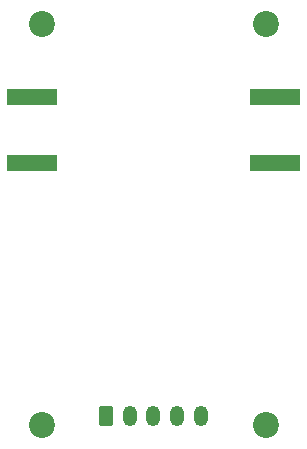
<source format=gbr>
%TF.GenerationSoftware,KiCad,Pcbnew,(6.0.1)*%
%TF.CreationDate,2022-02-11T18:20:56+00:00*%
%TF.ProjectId,PE4302,50453433-3032-42e6-9b69-6361645f7063,rev?*%
%TF.SameCoordinates,Original*%
%TF.FileFunction,Soldermask,Bot*%
%TF.FilePolarity,Negative*%
%FSLAX46Y46*%
G04 Gerber Fmt 4.6, Leading zero omitted, Abs format (unit mm)*
G04 Created by KiCad (PCBNEW (6.0.1)) date 2022-02-11 18:20:56*
%MOMM*%
%LPD*%
G01*
G04 APERTURE LIST*
G04 Aperture macros list*
%AMRoundRect*
0 Rectangle with rounded corners*
0 $1 Rounding radius*
0 $2 $3 $4 $5 $6 $7 $8 $9 X,Y pos of 4 corners*
0 Add a 4 corners polygon primitive as box body*
4,1,4,$2,$3,$4,$5,$6,$7,$8,$9,$2,$3,0*
0 Add four circle primitives for the rounded corners*
1,1,$1+$1,$2,$3*
1,1,$1+$1,$4,$5*
1,1,$1+$1,$6,$7*
1,1,$1+$1,$8,$9*
0 Add four rect primitives between the rounded corners*
20,1,$1+$1,$2,$3,$4,$5,0*
20,1,$1+$1,$4,$5,$6,$7,0*
20,1,$1+$1,$6,$7,$8,$9,0*
20,1,$1+$1,$8,$9,$2,$3,0*%
G04 Aperture macros list end*
%ADD10R,4.200000X1.350000*%
%ADD11RoundRect,0.250000X-0.350000X-0.625000X0.350000X-0.625000X0.350000X0.625000X-0.350000X0.625000X0*%
%ADD12O,1.200000X1.750000*%
%ADD13C,2.200000*%
G04 APERTURE END LIST*
D10*
%TO.C,J2*%
X122800000Y-109175000D03*
X122800000Y-114825000D03*
%TD*%
D11*
%TO.C,J3*%
X108471200Y-136203600D03*
D12*
X110471200Y-136203600D03*
X112471200Y-136203600D03*
X114471200Y-136203600D03*
X116471200Y-136203600D03*
%TD*%
D13*
%TO.C,H3*%
X122000000Y-137000000D03*
%TD*%
D10*
%TO.C,J1*%
X102200000Y-114825000D03*
X102200000Y-109175000D03*
%TD*%
D13*
%TO.C,H4*%
X103000000Y-137000000D03*
%TD*%
%TO.C,H1*%
X122000000Y-103000000D03*
%TD*%
%TO.C,H2*%
X103000000Y-103000000D03*
%TD*%
M02*

</source>
